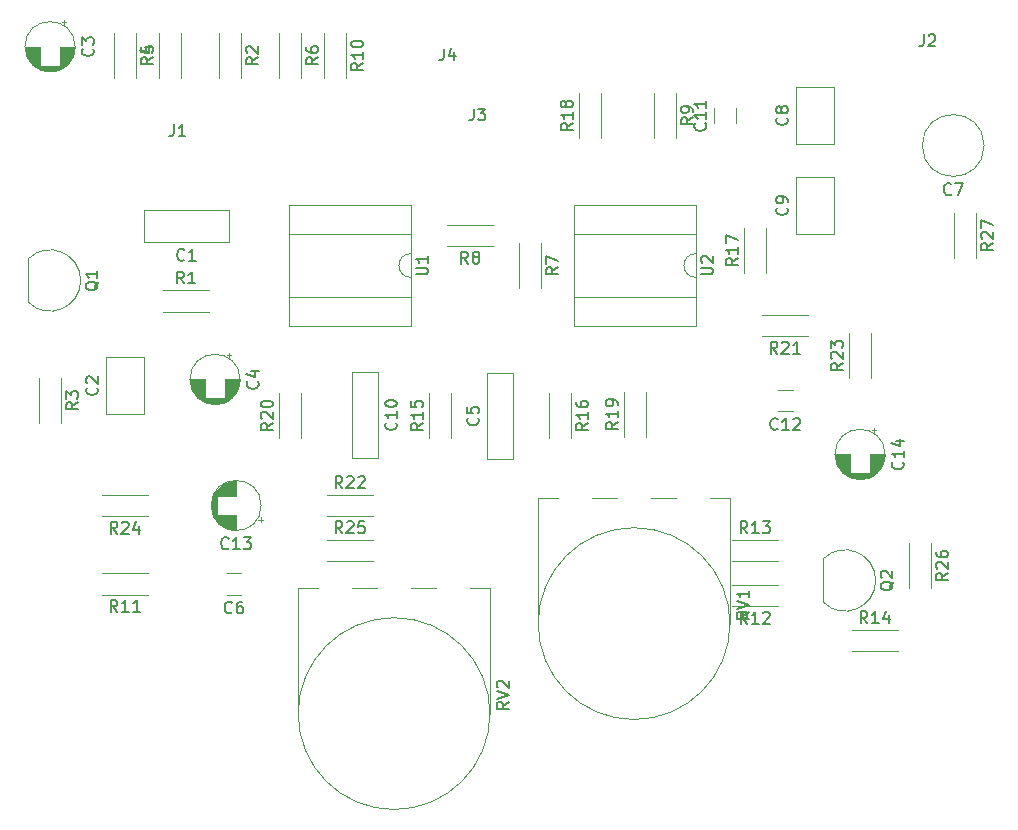
<source format=gbr>
G04 #@! TF.GenerationSoftware,KiCad,Pcbnew,5.0.2+dfsg1-1*
G04 #@! TF.CreationDate,2020-11-21T16:05:11+01:00*
G04 #@! TF.ProjectId,reverb,72657665-7262-42e6-9b69-6361645f7063,rev?*
G04 #@! TF.SameCoordinates,Original*
G04 #@! TF.FileFunction,Legend,Top*
G04 #@! TF.FilePolarity,Positive*
%FSLAX46Y46*%
G04 Gerber Fmt 4.6, Leading zero omitted, Abs format (unit mm)*
G04 Created by KiCad (PCBNEW 5.0.2+dfsg1-1) date Sat 21 Nov 2020 04:05:11 PM CET*
%MOMM*%
%LPD*%
G01*
G04 APERTURE LIST*
%ADD10C,0.120000*%
%ADD11C,0.150000*%
G04 APERTURE END LIST*
D10*
G04 #@! TO.C,C7*
X194660000Y-39370000D02*
G75*
G03X194660000Y-39370000I-2620000J0D01*
G01*
G04 #@! TO.C,C1*
X130740476Y-47538204D02*
X123500476Y-47538204D01*
X130740476Y-44798204D02*
X123500476Y-44798204D01*
X130740476Y-47538204D02*
X130740476Y-44798204D01*
X123500476Y-47538204D02*
X123500476Y-44798204D01*
G04 #@! TO.C,C2*
X120300000Y-62130000D02*
X120300000Y-57290000D01*
X123540000Y-62130000D02*
X123540000Y-57290000D01*
X120300000Y-62130000D02*
X123540000Y-62130000D01*
X120300000Y-57290000D02*
X123540000Y-57290000D01*
G04 #@! TO.C,C3*
X116965000Y-28930199D02*
X116565000Y-28930199D01*
X116765000Y-28730199D02*
X116765000Y-29130199D01*
X115940000Y-33081000D02*
X115200000Y-33081000D01*
X116107000Y-33041000D02*
X115033000Y-33041000D01*
X116234000Y-33001000D02*
X114906000Y-33001000D01*
X116338000Y-32961000D02*
X114802000Y-32961000D01*
X116429000Y-32921000D02*
X114711000Y-32921000D01*
X116510000Y-32881000D02*
X114630000Y-32881000D01*
X116583000Y-32841000D02*
X114557000Y-32841000D01*
X116650000Y-32801000D02*
X114490000Y-32801000D01*
X116712000Y-32761000D02*
X114428000Y-32761000D01*
X116770000Y-32721000D02*
X114370000Y-32721000D01*
X116824000Y-32681000D02*
X114316000Y-32681000D01*
X116874000Y-32641000D02*
X114266000Y-32641000D01*
X116921000Y-32601000D02*
X114219000Y-32601000D01*
X114730000Y-32561000D02*
X114174000Y-32561000D01*
X116966000Y-32561000D02*
X116410000Y-32561000D01*
X114730000Y-32521000D02*
X114132000Y-32521000D01*
X117008000Y-32521000D02*
X116410000Y-32521000D01*
X114730000Y-32481000D02*
X114092000Y-32481000D01*
X117048000Y-32481000D02*
X116410000Y-32481000D01*
X114730000Y-32441000D02*
X114054000Y-32441000D01*
X117086000Y-32441000D02*
X116410000Y-32441000D01*
X114730000Y-32401000D02*
X114018000Y-32401000D01*
X117122000Y-32401000D02*
X116410000Y-32401000D01*
X114730000Y-32361000D02*
X113983000Y-32361000D01*
X117157000Y-32361000D02*
X116410000Y-32361000D01*
X114730000Y-32321000D02*
X113951000Y-32321000D01*
X117189000Y-32321000D02*
X116410000Y-32321000D01*
X114730000Y-32281000D02*
X113920000Y-32281000D01*
X117220000Y-32281000D02*
X116410000Y-32281000D01*
X114730000Y-32241000D02*
X113890000Y-32241000D01*
X117250000Y-32241000D02*
X116410000Y-32241000D01*
X114730000Y-32201000D02*
X113862000Y-32201000D01*
X117278000Y-32201000D02*
X116410000Y-32201000D01*
X114730000Y-32161000D02*
X113835000Y-32161000D01*
X117305000Y-32161000D02*
X116410000Y-32161000D01*
X114730000Y-32121000D02*
X113810000Y-32121000D01*
X117330000Y-32121000D02*
X116410000Y-32121000D01*
X114730000Y-32081000D02*
X113785000Y-32081000D01*
X117355000Y-32081000D02*
X116410000Y-32081000D01*
X114730000Y-32041000D02*
X113762000Y-32041000D01*
X117378000Y-32041000D02*
X116410000Y-32041000D01*
X114730000Y-32001000D02*
X113740000Y-32001000D01*
X117400000Y-32001000D02*
X116410000Y-32001000D01*
X114730000Y-31961000D02*
X113719000Y-31961000D01*
X117421000Y-31961000D02*
X116410000Y-31961000D01*
X114730000Y-31921000D02*
X113700000Y-31921000D01*
X117440000Y-31921000D02*
X116410000Y-31921000D01*
X114730000Y-31881000D02*
X113681000Y-31881000D01*
X117459000Y-31881000D02*
X116410000Y-31881000D01*
X114730000Y-31841000D02*
X113663000Y-31841000D01*
X117477000Y-31841000D02*
X116410000Y-31841000D01*
X114730000Y-31801000D02*
X113646000Y-31801000D01*
X117494000Y-31801000D02*
X116410000Y-31801000D01*
X114730000Y-31761000D02*
X113630000Y-31761000D01*
X117510000Y-31761000D02*
X116410000Y-31761000D01*
X114730000Y-31721000D02*
X113616000Y-31721000D01*
X117524000Y-31721000D02*
X116410000Y-31721000D01*
X114730000Y-31680000D02*
X113602000Y-31680000D01*
X117538000Y-31680000D02*
X116410000Y-31680000D01*
X114730000Y-31640000D02*
X113588000Y-31640000D01*
X117552000Y-31640000D02*
X116410000Y-31640000D01*
X114730000Y-31600000D02*
X113576000Y-31600000D01*
X117564000Y-31600000D02*
X116410000Y-31600000D01*
X114730000Y-31560000D02*
X113565000Y-31560000D01*
X117575000Y-31560000D02*
X116410000Y-31560000D01*
X114730000Y-31520000D02*
X113554000Y-31520000D01*
X117586000Y-31520000D02*
X116410000Y-31520000D01*
X114730000Y-31480000D02*
X113545000Y-31480000D01*
X117595000Y-31480000D02*
X116410000Y-31480000D01*
X114730000Y-31440000D02*
X113536000Y-31440000D01*
X117604000Y-31440000D02*
X116410000Y-31440000D01*
X114730000Y-31400000D02*
X113528000Y-31400000D01*
X117612000Y-31400000D02*
X116410000Y-31400000D01*
X114730000Y-31360000D02*
X113520000Y-31360000D01*
X117620000Y-31360000D02*
X116410000Y-31360000D01*
X114730000Y-31320000D02*
X113514000Y-31320000D01*
X117626000Y-31320000D02*
X116410000Y-31320000D01*
X114730000Y-31280000D02*
X113508000Y-31280000D01*
X117632000Y-31280000D02*
X116410000Y-31280000D01*
X114730000Y-31240000D02*
X113503000Y-31240000D01*
X117637000Y-31240000D02*
X116410000Y-31240000D01*
X114730000Y-31200000D02*
X113499000Y-31200000D01*
X117641000Y-31200000D02*
X116410000Y-31200000D01*
X114730000Y-31160000D02*
X113496000Y-31160000D01*
X117644000Y-31160000D02*
X116410000Y-31160000D01*
X114730000Y-31120000D02*
X113493000Y-31120000D01*
X117647000Y-31120000D02*
X116410000Y-31120000D01*
X117649000Y-31080000D02*
X116410000Y-31080000D01*
X114730000Y-31080000D02*
X113491000Y-31080000D01*
X117650000Y-31040000D02*
X116410000Y-31040000D01*
X114730000Y-31040000D02*
X113490000Y-31040000D01*
X117650000Y-31000000D02*
X116410000Y-31000000D01*
X114730000Y-31000000D02*
X113490000Y-31000000D01*
X117690000Y-31000000D02*
G75*
G03X117690000Y-31000000I-2120000J0D01*
G01*
G04 #@! TO.C,C4*
X131660000Y-59170000D02*
G75*
G03X131660000Y-59170000I-2120000J0D01*
G01*
X128700000Y-59170000D02*
X127460000Y-59170000D01*
X131620000Y-59170000D02*
X130380000Y-59170000D01*
X128700000Y-59210000D02*
X127460000Y-59210000D01*
X131620000Y-59210000D02*
X130380000Y-59210000D01*
X128700000Y-59250000D02*
X127461000Y-59250000D01*
X131619000Y-59250000D02*
X130380000Y-59250000D01*
X131617000Y-59290000D02*
X130380000Y-59290000D01*
X128700000Y-59290000D02*
X127463000Y-59290000D01*
X131614000Y-59330000D02*
X130380000Y-59330000D01*
X128700000Y-59330000D02*
X127466000Y-59330000D01*
X131611000Y-59370000D02*
X130380000Y-59370000D01*
X128700000Y-59370000D02*
X127469000Y-59370000D01*
X131607000Y-59410000D02*
X130380000Y-59410000D01*
X128700000Y-59410000D02*
X127473000Y-59410000D01*
X131602000Y-59450000D02*
X130380000Y-59450000D01*
X128700000Y-59450000D02*
X127478000Y-59450000D01*
X131596000Y-59490000D02*
X130380000Y-59490000D01*
X128700000Y-59490000D02*
X127484000Y-59490000D01*
X131590000Y-59530000D02*
X130380000Y-59530000D01*
X128700000Y-59530000D02*
X127490000Y-59530000D01*
X131582000Y-59570000D02*
X130380000Y-59570000D01*
X128700000Y-59570000D02*
X127498000Y-59570000D01*
X131574000Y-59610000D02*
X130380000Y-59610000D01*
X128700000Y-59610000D02*
X127506000Y-59610000D01*
X131565000Y-59650000D02*
X130380000Y-59650000D01*
X128700000Y-59650000D02*
X127515000Y-59650000D01*
X131556000Y-59690000D02*
X130380000Y-59690000D01*
X128700000Y-59690000D02*
X127524000Y-59690000D01*
X131545000Y-59730000D02*
X130380000Y-59730000D01*
X128700000Y-59730000D02*
X127535000Y-59730000D01*
X131534000Y-59770000D02*
X130380000Y-59770000D01*
X128700000Y-59770000D02*
X127546000Y-59770000D01*
X131522000Y-59810000D02*
X130380000Y-59810000D01*
X128700000Y-59810000D02*
X127558000Y-59810000D01*
X131508000Y-59850000D02*
X130380000Y-59850000D01*
X128700000Y-59850000D02*
X127572000Y-59850000D01*
X131494000Y-59891000D02*
X130380000Y-59891000D01*
X128700000Y-59891000D02*
X127586000Y-59891000D01*
X131480000Y-59931000D02*
X130380000Y-59931000D01*
X128700000Y-59931000D02*
X127600000Y-59931000D01*
X131464000Y-59971000D02*
X130380000Y-59971000D01*
X128700000Y-59971000D02*
X127616000Y-59971000D01*
X131447000Y-60011000D02*
X130380000Y-60011000D01*
X128700000Y-60011000D02*
X127633000Y-60011000D01*
X131429000Y-60051000D02*
X130380000Y-60051000D01*
X128700000Y-60051000D02*
X127651000Y-60051000D01*
X131410000Y-60091000D02*
X130380000Y-60091000D01*
X128700000Y-60091000D02*
X127670000Y-60091000D01*
X131391000Y-60131000D02*
X130380000Y-60131000D01*
X128700000Y-60131000D02*
X127689000Y-60131000D01*
X131370000Y-60171000D02*
X130380000Y-60171000D01*
X128700000Y-60171000D02*
X127710000Y-60171000D01*
X131348000Y-60211000D02*
X130380000Y-60211000D01*
X128700000Y-60211000D02*
X127732000Y-60211000D01*
X131325000Y-60251000D02*
X130380000Y-60251000D01*
X128700000Y-60251000D02*
X127755000Y-60251000D01*
X131300000Y-60291000D02*
X130380000Y-60291000D01*
X128700000Y-60291000D02*
X127780000Y-60291000D01*
X131275000Y-60331000D02*
X130380000Y-60331000D01*
X128700000Y-60331000D02*
X127805000Y-60331000D01*
X131248000Y-60371000D02*
X130380000Y-60371000D01*
X128700000Y-60371000D02*
X127832000Y-60371000D01*
X131220000Y-60411000D02*
X130380000Y-60411000D01*
X128700000Y-60411000D02*
X127860000Y-60411000D01*
X131190000Y-60451000D02*
X130380000Y-60451000D01*
X128700000Y-60451000D02*
X127890000Y-60451000D01*
X131159000Y-60491000D02*
X130380000Y-60491000D01*
X128700000Y-60491000D02*
X127921000Y-60491000D01*
X131127000Y-60531000D02*
X130380000Y-60531000D01*
X128700000Y-60531000D02*
X127953000Y-60531000D01*
X131092000Y-60571000D02*
X130380000Y-60571000D01*
X128700000Y-60571000D02*
X127988000Y-60571000D01*
X131056000Y-60611000D02*
X130380000Y-60611000D01*
X128700000Y-60611000D02*
X128024000Y-60611000D01*
X131018000Y-60651000D02*
X130380000Y-60651000D01*
X128700000Y-60651000D02*
X128062000Y-60651000D01*
X130978000Y-60691000D02*
X130380000Y-60691000D01*
X128700000Y-60691000D02*
X128102000Y-60691000D01*
X130936000Y-60731000D02*
X130380000Y-60731000D01*
X128700000Y-60731000D02*
X128144000Y-60731000D01*
X130891000Y-60771000D02*
X128189000Y-60771000D01*
X130844000Y-60811000D02*
X128236000Y-60811000D01*
X130794000Y-60851000D02*
X128286000Y-60851000D01*
X130740000Y-60891000D02*
X128340000Y-60891000D01*
X130682000Y-60931000D02*
X128398000Y-60931000D01*
X130620000Y-60971000D02*
X128460000Y-60971000D01*
X130553000Y-61011000D02*
X128527000Y-61011000D01*
X130480000Y-61051000D02*
X128600000Y-61051000D01*
X130399000Y-61091000D02*
X128681000Y-61091000D01*
X130308000Y-61131000D02*
X128772000Y-61131000D01*
X130204000Y-61171000D02*
X128876000Y-61171000D01*
X130077000Y-61211000D02*
X129003000Y-61211000D01*
X129910000Y-61251000D02*
X129170000Y-61251000D01*
X130735000Y-56900199D02*
X130735000Y-57300199D01*
X130935000Y-57100199D02*
X130535000Y-57100199D01*
G04 #@! TO.C,C5*
X152550000Y-58650000D02*
X154790000Y-58650000D01*
X152550000Y-65890000D02*
X154790000Y-65890000D01*
X154790000Y-65890000D02*
X154790000Y-58650000D01*
X152550000Y-65890000D02*
X152550000Y-58650000D01*
G04 #@! TO.C,C6*
X131777911Y-77403526D02*
X130519911Y-77403526D01*
X131777911Y-75563526D02*
X130519911Y-75563526D01*
G04 #@! TO.C,C8*
X178720000Y-39270000D02*
X178720000Y-34430000D01*
X181960000Y-39270000D02*
X181960000Y-34430000D01*
X178720000Y-39270000D02*
X181960000Y-39270000D01*
X178720000Y-34430000D02*
X181960000Y-34430000D01*
G04 #@! TO.C,C9*
X178720000Y-42050000D02*
X181960000Y-42050000D01*
X178720000Y-46890000D02*
X181960000Y-46890000D01*
X181960000Y-46890000D02*
X181960000Y-42050000D01*
X178720000Y-46890000D02*
X178720000Y-42050000D01*
G04 #@! TO.C,C10*
X143360000Y-58570000D02*
X143360000Y-65810000D01*
X141120000Y-58570000D02*
X141120000Y-65810000D01*
X143360000Y-58570000D02*
X141120000Y-58570000D01*
X143360000Y-65810000D02*
X141120000Y-65810000D01*
G04 #@! TO.C,C11*
X173640000Y-37479000D02*
X173640000Y-36221000D01*
X171800000Y-37479000D02*
X171800000Y-36221000D01*
G04 #@! TO.C,C12*
X178449000Y-61880000D02*
X177191000Y-61880000D01*
X178449000Y-60040000D02*
X177191000Y-60040000D01*
G04 #@! TO.C,C13*
X133399801Y-71245000D02*
X133399801Y-70845000D01*
X133599801Y-71045000D02*
X133199801Y-71045000D01*
X129249000Y-70220000D02*
X129249000Y-69480000D01*
X129289000Y-70387000D02*
X129289000Y-69313000D01*
X129329000Y-70514000D02*
X129329000Y-69186000D01*
X129369000Y-70618000D02*
X129369000Y-69082000D01*
X129409000Y-70709000D02*
X129409000Y-68991000D01*
X129449000Y-70790000D02*
X129449000Y-68910000D01*
X129489000Y-70863000D02*
X129489000Y-68837000D01*
X129529000Y-70930000D02*
X129529000Y-68770000D01*
X129569000Y-70992000D02*
X129569000Y-68708000D01*
X129609000Y-71050000D02*
X129609000Y-68650000D01*
X129649000Y-71104000D02*
X129649000Y-68596000D01*
X129689000Y-71154000D02*
X129689000Y-68546000D01*
X129729000Y-71201000D02*
X129729000Y-68499000D01*
X129769000Y-69010000D02*
X129769000Y-68454000D01*
X129769000Y-71246000D02*
X129769000Y-70690000D01*
X129809000Y-69010000D02*
X129809000Y-68412000D01*
X129809000Y-71288000D02*
X129809000Y-70690000D01*
X129849000Y-69010000D02*
X129849000Y-68372000D01*
X129849000Y-71328000D02*
X129849000Y-70690000D01*
X129889000Y-69010000D02*
X129889000Y-68334000D01*
X129889000Y-71366000D02*
X129889000Y-70690000D01*
X129929000Y-69010000D02*
X129929000Y-68298000D01*
X129929000Y-71402000D02*
X129929000Y-70690000D01*
X129969000Y-69010000D02*
X129969000Y-68263000D01*
X129969000Y-71437000D02*
X129969000Y-70690000D01*
X130009000Y-69010000D02*
X130009000Y-68231000D01*
X130009000Y-71469000D02*
X130009000Y-70690000D01*
X130049000Y-69010000D02*
X130049000Y-68200000D01*
X130049000Y-71500000D02*
X130049000Y-70690000D01*
X130089000Y-69010000D02*
X130089000Y-68170000D01*
X130089000Y-71530000D02*
X130089000Y-70690000D01*
X130129000Y-69010000D02*
X130129000Y-68142000D01*
X130129000Y-71558000D02*
X130129000Y-70690000D01*
X130169000Y-69010000D02*
X130169000Y-68115000D01*
X130169000Y-71585000D02*
X130169000Y-70690000D01*
X130209000Y-69010000D02*
X130209000Y-68090000D01*
X130209000Y-71610000D02*
X130209000Y-70690000D01*
X130249000Y-69010000D02*
X130249000Y-68065000D01*
X130249000Y-71635000D02*
X130249000Y-70690000D01*
X130289000Y-69010000D02*
X130289000Y-68042000D01*
X130289000Y-71658000D02*
X130289000Y-70690000D01*
X130329000Y-69010000D02*
X130329000Y-68020000D01*
X130329000Y-71680000D02*
X130329000Y-70690000D01*
X130369000Y-69010000D02*
X130369000Y-67999000D01*
X130369000Y-71701000D02*
X130369000Y-70690000D01*
X130409000Y-69010000D02*
X130409000Y-67980000D01*
X130409000Y-71720000D02*
X130409000Y-70690000D01*
X130449000Y-69010000D02*
X130449000Y-67961000D01*
X130449000Y-71739000D02*
X130449000Y-70690000D01*
X130489000Y-69010000D02*
X130489000Y-67943000D01*
X130489000Y-71757000D02*
X130489000Y-70690000D01*
X130529000Y-69010000D02*
X130529000Y-67926000D01*
X130529000Y-71774000D02*
X130529000Y-70690000D01*
X130569000Y-69010000D02*
X130569000Y-67910000D01*
X130569000Y-71790000D02*
X130569000Y-70690000D01*
X130609000Y-69010000D02*
X130609000Y-67896000D01*
X130609000Y-71804000D02*
X130609000Y-70690000D01*
X130650000Y-69010000D02*
X130650000Y-67882000D01*
X130650000Y-71818000D02*
X130650000Y-70690000D01*
X130690000Y-69010000D02*
X130690000Y-67868000D01*
X130690000Y-71832000D02*
X130690000Y-70690000D01*
X130730000Y-69010000D02*
X130730000Y-67856000D01*
X130730000Y-71844000D02*
X130730000Y-70690000D01*
X130770000Y-69010000D02*
X130770000Y-67845000D01*
X130770000Y-71855000D02*
X130770000Y-70690000D01*
X130810000Y-69010000D02*
X130810000Y-67834000D01*
X130810000Y-71866000D02*
X130810000Y-70690000D01*
X130850000Y-69010000D02*
X130850000Y-67825000D01*
X130850000Y-71875000D02*
X130850000Y-70690000D01*
X130890000Y-69010000D02*
X130890000Y-67816000D01*
X130890000Y-71884000D02*
X130890000Y-70690000D01*
X130930000Y-69010000D02*
X130930000Y-67808000D01*
X130930000Y-71892000D02*
X130930000Y-70690000D01*
X130970000Y-69010000D02*
X130970000Y-67800000D01*
X130970000Y-71900000D02*
X130970000Y-70690000D01*
X131010000Y-69010000D02*
X131010000Y-67794000D01*
X131010000Y-71906000D02*
X131010000Y-70690000D01*
X131050000Y-69010000D02*
X131050000Y-67788000D01*
X131050000Y-71912000D02*
X131050000Y-70690000D01*
X131090000Y-69010000D02*
X131090000Y-67783000D01*
X131090000Y-71917000D02*
X131090000Y-70690000D01*
X131130000Y-69010000D02*
X131130000Y-67779000D01*
X131130000Y-71921000D02*
X131130000Y-70690000D01*
X131170000Y-69010000D02*
X131170000Y-67776000D01*
X131170000Y-71924000D02*
X131170000Y-70690000D01*
X131210000Y-69010000D02*
X131210000Y-67773000D01*
X131210000Y-71927000D02*
X131210000Y-70690000D01*
X131250000Y-71929000D02*
X131250000Y-70690000D01*
X131250000Y-69010000D02*
X131250000Y-67771000D01*
X131290000Y-71930000D02*
X131290000Y-70690000D01*
X131290000Y-69010000D02*
X131290000Y-67770000D01*
X131330000Y-71930000D02*
X131330000Y-70690000D01*
X131330000Y-69010000D02*
X131330000Y-67770000D01*
X133450000Y-69850000D02*
G75*
G03X133450000Y-69850000I-2120000J0D01*
G01*
G04 #@! TO.C,C14*
X186270000Y-65520000D02*
G75*
G03X186270000Y-65520000I-2120000J0D01*
G01*
X183310000Y-65520000D02*
X182070000Y-65520000D01*
X186230000Y-65520000D02*
X184990000Y-65520000D01*
X183310000Y-65560000D02*
X182070000Y-65560000D01*
X186230000Y-65560000D02*
X184990000Y-65560000D01*
X183310000Y-65600000D02*
X182071000Y-65600000D01*
X186229000Y-65600000D02*
X184990000Y-65600000D01*
X186227000Y-65640000D02*
X184990000Y-65640000D01*
X183310000Y-65640000D02*
X182073000Y-65640000D01*
X186224000Y-65680000D02*
X184990000Y-65680000D01*
X183310000Y-65680000D02*
X182076000Y-65680000D01*
X186221000Y-65720000D02*
X184990000Y-65720000D01*
X183310000Y-65720000D02*
X182079000Y-65720000D01*
X186217000Y-65760000D02*
X184990000Y-65760000D01*
X183310000Y-65760000D02*
X182083000Y-65760000D01*
X186212000Y-65800000D02*
X184990000Y-65800000D01*
X183310000Y-65800000D02*
X182088000Y-65800000D01*
X186206000Y-65840000D02*
X184990000Y-65840000D01*
X183310000Y-65840000D02*
X182094000Y-65840000D01*
X186200000Y-65880000D02*
X184990000Y-65880000D01*
X183310000Y-65880000D02*
X182100000Y-65880000D01*
X186192000Y-65920000D02*
X184990000Y-65920000D01*
X183310000Y-65920000D02*
X182108000Y-65920000D01*
X186184000Y-65960000D02*
X184990000Y-65960000D01*
X183310000Y-65960000D02*
X182116000Y-65960000D01*
X186175000Y-66000000D02*
X184990000Y-66000000D01*
X183310000Y-66000000D02*
X182125000Y-66000000D01*
X186166000Y-66040000D02*
X184990000Y-66040000D01*
X183310000Y-66040000D02*
X182134000Y-66040000D01*
X186155000Y-66080000D02*
X184990000Y-66080000D01*
X183310000Y-66080000D02*
X182145000Y-66080000D01*
X186144000Y-66120000D02*
X184990000Y-66120000D01*
X183310000Y-66120000D02*
X182156000Y-66120000D01*
X186132000Y-66160000D02*
X184990000Y-66160000D01*
X183310000Y-66160000D02*
X182168000Y-66160000D01*
X186118000Y-66200000D02*
X184990000Y-66200000D01*
X183310000Y-66200000D02*
X182182000Y-66200000D01*
X186104000Y-66241000D02*
X184990000Y-66241000D01*
X183310000Y-66241000D02*
X182196000Y-66241000D01*
X186090000Y-66281000D02*
X184990000Y-66281000D01*
X183310000Y-66281000D02*
X182210000Y-66281000D01*
X186074000Y-66321000D02*
X184990000Y-66321000D01*
X183310000Y-66321000D02*
X182226000Y-66321000D01*
X186057000Y-66361000D02*
X184990000Y-66361000D01*
X183310000Y-66361000D02*
X182243000Y-66361000D01*
X186039000Y-66401000D02*
X184990000Y-66401000D01*
X183310000Y-66401000D02*
X182261000Y-66401000D01*
X186020000Y-66441000D02*
X184990000Y-66441000D01*
X183310000Y-66441000D02*
X182280000Y-66441000D01*
X186001000Y-66481000D02*
X184990000Y-66481000D01*
X183310000Y-66481000D02*
X182299000Y-66481000D01*
X185980000Y-66521000D02*
X184990000Y-66521000D01*
X183310000Y-66521000D02*
X182320000Y-66521000D01*
X185958000Y-66561000D02*
X184990000Y-66561000D01*
X183310000Y-66561000D02*
X182342000Y-66561000D01*
X185935000Y-66601000D02*
X184990000Y-66601000D01*
X183310000Y-66601000D02*
X182365000Y-66601000D01*
X185910000Y-66641000D02*
X184990000Y-66641000D01*
X183310000Y-66641000D02*
X182390000Y-66641000D01*
X185885000Y-66681000D02*
X184990000Y-66681000D01*
X183310000Y-66681000D02*
X182415000Y-66681000D01*
X185858000Y-66721000D02*
X184990000Y-66721000D01*
X183310000Y-66721000D02*
X182442000Y-66721000D01*
X185830000Y-66761000D02*
X184990000Y-66761000D01*
X183310000Y-66761000D02*
X182470000Y-66761000D01*
X185800000Y-66801000D02*
X184990000Y-66801000D01*
X183310000Y-66801000D02*
X182500000Y-66801000D01*
X185769000Y-66841000D02*
X184990000Y-66841000D01*
X183310000Y-66841000D02*
X182531000Y-66841000D01*
X185737000Y-66881000D02*
X184990000Y-66881000D01*
X183310000Y-66881000D02*
X182563000Y-66881000D01*
X185702000Y-66921000D02*
X184990000Y-66921000D01*
X183310000Y-66921000D02*
X182598000Y-66921000D01*
X185666000Y-66961000D02*
X184990000Y-66961000D01*
X183310000Y-66961000D02*
X182634000Y-66961000D01*
X185628000Y-67001000D02*
X184990000Y-67001000D01*
X183310000Y-67001000D02*
X182672000Y-67001000D01*
X185588000Y-67041000D02*
X184990000Y-67041000D01*
X183310000Y-67041000D02*
X182712000Y-67041000D01*
X185546000Y-67081000D02*
X184990000Y-67081000D01*
X183310000Y-67081000D02*
X182754000Y-67081000D01*
X185501000Y-67121000D02*
X182799000Y-67121000D01*
X185454000Y-67161000D02*
X182846000Y-67161000D01*
X185404000Y-67201000D02*
X182896000Y-67201000D01*
X185350000Y-67241000D02*
X182950000Y-67241000D01*
X185292000Y-67281000D02*
X183008000Y-67281000D01*
X185230000Y-67321000D02*
X183070000Y-67321000D01*
X185163000Y-67361000D02*
X183137000Y-67361000D01*
X185090000Y-67401000D02*
X183210000Y-67401000D01*
X185009000Y-67441000D02*
X183291000Y-67441000D01*
X184918000Y-67481000D02*
X183382000Y-67481000D01*
X184814000Y-67521000D02*
X183486000Y-67521000D01*
X184687000Y-67561000D02*
X183613000Y-67561000D01*
X184520000Y-67601000D02*
X183780000Y-67601000D01*
X185345000Y-63250199D02*
X185345000Y-63650199D01*
X185545000Y-63450199D02*
X185145000Y-63450199D01*
G04 #@! TO.C,Q1*
X113720000Y-49000000D02*
X113720000Y-52600000D01*
X113731522Y-48961522D02*
G75*
G02X118170000Y-50800000I1838478J-1838478D01*
G01*
X113731522Y-52638478D02*
G75*
G03X118170000Y-50800000I1838478J1838478D01*
G01*
G04 #@! TO.C,Q2*
X181041522Y-78038478D02*
G75*
G03X185480000Y-76200000I1838478J1838478D01*
G01*
X181041522Y-74361522D02*
G75*
G02X185480000Y-76200000I1838478J-1838478D01*
G01*
X181030000Y-74400000D02*
X181030000Y-78000000D01*
G04 #@! TO.C,R1*
X125160476Y-51598204D02*
X129000476Y-51598204D01*
X125160476Y-53438204D02*
X129000476Y-53438204D01*
G04 #@! TO.C,R2*
X131730000Y-29830000D02*
X131730000Y-33670000D01*
X129890000Y-29830000D02*
X129890000Y-33670000D01*
G04 #@! TO.C,R3*
X114650000Y-59040000D02*
X114650000Y-62880000D01*
X116490000Y-59040000D02*
X116490000Y-62880000D01*
G04 #@! TO.C,R4*
X124810000Y-33670000D02*
X124810000Y-29830000D01*
X126650000Y-33670000D02*
X126650000Y-29830000D01*
G04 #@! TO.C,R5*
X121000000Y-29830000D02*
X121000000Y-33670000D01*
X122840000Y-29830000D02*
X122840000Y-33670000D01*
G04 #@! TO.C,R6*
X134970000Y-29830000D02*
X134970000Y-33670000D01*
X136810000Y-29830000D02*
X136810000Y-33670000D01*
G04 #@! TO.C,R7*
X155290000Y-47610000D02*
X155290000Y-51450000D01*
X157130000Y-47610000D02*
X157130000Y-51450000D01*
G04 #@! TO.C,R8*
X153050000Y-47910000D02*
X149210000Y-47910000D01*
X153050000Y-46070000D02*
X149210000Y-46070000D01*
G04 #@! TO.C,R9*
X166720000Y-34910000D02*
X166720000Y-38750000D01*
X168560000Y-34910000D02*
X168560000Y-38750000D01*
G04 #@! TO.C,R10*
X138780000Y-29830000D02*
X138780000Y-33670000D01*
X140620000Y-29830000D02*
X140620000Y-33670000D01*
G04 #@! TO.C,R11*
X123840000Y-77403526D02*
X120000000Y-77403526D01*
X123840000Y-75563526D02*
X120000000Y-75563526D01*
G04 #@! TO.C,R12*
X177180000Y-78390000D02*
X173340000Y-78390000D01*
X177180000Y-76550000D02*
X173340000Y-76550000D01*
G04 #@! TO.C,R13*
X173340000Y-74580000D02*
X177180000Y-74580000D01*
X173340000Y-72740000D02*
X177180000Y-72740000D01*
G04 #@! TO.C,R14*
X183500000Y-80360000D02*
X187340000Y-80360000D01*
X183500000Y-82200000D02*
X187340000Y-82200000D01*
G04 #@! TO.C,R15*
X147670000Y-64150000D02*
X147670000Y-60310000D01*
X149510000Y-64150000D02*
X149510000Y-60310000D01*
G04 #@! TO.C,R16*
X157830000Y-60310000D02*
X157830000Y-64150000D01*
X159670000Y-60310000D02*
X159670000Y-64150000D01*
G04 #@! TO.C,R17*
X174340000Y-50180000D02*
X174340000Y-46340000D01*
X176180000Y-50180000D02*
X176180000Y-46340000D01*
G04 #@! TO.C,R18*
X160370000Y-38750000D02*
X160370000Y-34910000D01*
X162210000Y-38750000D02*
X162210000Y-34910000D01*
G04 #@! TO.C,R19*
X166020000Y-64053845D02*
X166020000Y-60213845D01*
X164180000Y-64053845D02*
X164180000Y-60213845D01*
G04 #@! TO.C,R20*
X134970000Y-64150000D02*
X134970000Y-60310000D01*
X136810000Y-64150000D02*
X136810000Y-60310000D01*
G04 #@! TO.C,R21*
X179720000Y-53690000D02*
X175880000Y-53690000D01*
X179720000Y-55530000D02*
X175880000Y-55530000D01*
G04 #@! TO.C,R22*
X139050000Y-68930000D02*
X142890000Y-68930000D01*
X139050000Y-70770000D02*
X142890000Y-70770000D01*
G04 #@! TO.C,R23*
X185070000Y-59070000D02*
X185070000Y-55230000D01*
X183230000Y-59070000D02*
X183230000Y-55230000D01*
G04 #@! TO.C,R24*
X123840000Y-68930000D02*
X120000000Y-68930000D01*
X123840000Y-70770000D02*
X120000000Y-70770000D01*
G04 #@! TO.C,R25*
X139050000Y-74580000D02*
X142890000Y-74580000D01*
X139050000Y-72740000D02*
X142890000Y-72740000D01*
G04 #@! TO.C,R26*
X190150000Y-73010000D02*
X190150000Y-76850000D01*
X188310000Y-73010000D02*
X188310000Y-76850000D01*
G04 #@! TO.C,R27*
X193960000Y-45070000D02*
X193960000Y-48910000D01*
X192120000Y-45070000D02*
X192120000Y-48910000D01*
G04 #@! TO.C,RV1*
X156900000Y-69230000D02*
X156900000Y-79850000D01*
X158595000Y-69230000D02*
X156900000Y-69230000D01*
X163595000Y-69230000D02*
X161445000Y-69230000D01*
X168594000Y-69230000D02*
X166445000Y-69230000D01*
X173140000Y-69230000D02*
X171446000Y-69230000D01*
X173140000Y-69230000D02*
X173140000Y-79850000D01*
X173140000Y-79850000D02*
G75*
G03X173140000Y-79850000I-8120000J0D01*
G01*
G04 #@! TO.C,RV2*
X152820000Y-87470000D02*
G75*
G03X152820000Y-87470000I-8120000J0D01*
G01*
X152820000Y-76850000D02*
X152820000Y-87470000D01*
X152820000Y-76850000D02*
X151126000Y-76850000D01*
X148274000Y-76850000D02*
X146125000Y-76850000D01*
X143275000Y-76850000D02*
X141125000Y-76850000D01*
X138275000Y-76850000D02*
X136580000Y-76850000D01*
X136580000Y-76850000D02*
X136580000Y-87470000D01*
G04 #@! TO.C,U1*
X146110000Y-50530000D02*
G75*
G02X146110000Y-48530000I0J1000000D01*
G01*
X146110000Y-48530000D02*
X146110000Y-46880000D01*
X146110000Y-46880000D02*
X135830000Y-46880000D01*
X135830000Y-46880000D02*
X135830000Y-52180000D01*
X135830000Y-52180000D02*
X146110000Y-52180000D01*
X146110000Y-52180000D02*
X146110000Y-50530000D01*
X146170000Y-44390000D02*
X135770000Y-44390000D01*
X135770000Y-44390000D02*
X135770000Y-54670000D01*
X135770000Y-54670000D02*
X146170000Y-54670000D01*
X146170000Y-54670000D02*
X146170000Y-44390000D01*
G04 #@! TO.C,U2*
X170300000Y-54670000D02*
X170300000Y-44390000D01*
X159900000Y-54670000D02*
X170300000Y-54670000D01*
X159900000Y-44390000D02*
X159900000Y-54670000D01*
X170300000Y-44390000D02*
X159900000Y-44390000D01*
X170240000Y-52180000D02*
X170240000Y-50530000D01*
X159960000Y-52180000D02*
X170240000Y-52180000D01*
X159960000Y-46880000D02*
X159960000Y-52180000D01*
X170240000Y-46880000D02*
X159960000Y-46880000D01*
X170240000Y-48530000D02*
X170240000Y-46880000D01*
X170240000Y-50530000D02*
G75*
G02X170240000Y-48530000I0J1000000D01*
G01*
G04 #@! TO.C,J1*
D11*
X126031666Y-37592380D02*
X126031666Y-38306666D01*
X125984047Y-38449523D01*
X125888809Y-38544761D01*
X125745952Y-38592380D01*
X125650714Y-38592380D01*
X127031666Y-38592380D02*
X126460238Y-38592380D01*
X126745952Y-38592380D02*
X126745952Y-37592380D01*
X126650714Y-37735238D01*
X126555476Y-37830476D01*
X126460238Y-37878095D01*
G04 #@! TO.C,C7*
X191873333Y-43477142D02*
X191825714Y-43524761D01*
X191682857Y-43572380D01*
X191587619Y-43572380D01*
X191444761Y-43524761D01*
X191349523Y-43429523D01*
X191301904Y-43334285D01*
X191254285Y-43143809D01*
X191254285Y-43000952D01*
X191301904Y-42810476D01*
X191349523Y-42715238D01*
X191444761Y-42620000D01*
X191587619Y-42572380D01*
X191682857Y-42572380D01*
X191825714Y-42620000D01*
X191873333Y-42667619D01*
X192206666Y-42572380D02*
X192873333Y-42572380D01*
X192444761Y-43572380D01*
G04 #@! TO.C,C1*
X126953809Y-49025346D02*
X126906190Y-49072965D01*
X126763333Y-49120584D01*
X126668095Y-49120584D01*
X126525237Y-49072965D01*
X126429999Y-48977727D01*
X126382380Y-48882489D01*
X126334761Y-48692013D01*
X126334761Y-48549156D01*
X126382380Y-48358680D01*
X126429999Y-48263442D01*
X126525237Y-48168204D01*
X126668095Y-48120584D01*
X126763333Y-48120584D01*
X126906190Y-48168204D01*
X126953809Y-48215823D01*
X127906190Y-49120584D02*
X127334761Y-49120584D01*
X127620476Y-49120584D02*
X127620476Y-48120584D01*
X127525237Y-48263442D01*
X127429999Y-48358680D01*
X127334761Y-48406299D01*
G04 #@! TO.C,C2*
X119527142Y-59876666D02*
X119574761Y-59924285D01*
X119622380Y-60067142D01*
X119622380Y-60162380D01*
X119574761Y-60305238D01*
X119479523Y-60400476D01*
X119384285Y-60448095D01*
X119193809Y-60495714D01*
X119050952Y-60495714D01*
X118860476Y-60448095D01*
X118765238Y-60400476D01*
X118670000Y-60305238D01*
X118622380Y-60162380D01*
X118622380Y-60067142D01*
X118670000Y-59924285D01*
X118717619Y-59876666D01*
X118717619Y-59495714D02*
X118670000Y-59448095D01*
X118622380Y-59352857D01*
X118622380Y-59114761D01*
X118670000Y-59019523D01*
X118717619Y-58971904D01*
X118812857Y-58924285D01*
X118908095Y-58924285D01*
X119050952Y-58971904D01*
X119622380Y-59543333D01*
X119622380Y-58924285D01*
G04 #@! TO.C,C3*
X119177142Y-31166666D02*
X119224761Y-31214285D01*
X119272380Y-31357142D01*
X119272380Y-31452380D01*
X119224761Y-31595238D01*
X119129523Y-31690476D01*
X119034285Y-31738095D01*
X118843809Y-31785714D01*
X118700952Y-31785714D01*
X118510476Y-31738095D01*
X118415238Y-31690476D01*
X118320000Y-31595238D01*
X118272380Y-31452380D01*
X118272380Y-31357142D01*
X118320000Y-31214285D01*
X118367619Y-31166666D01*
X118272380Y-30833333D02*
X118272380Y-30214285D01*
X118653333Y-30547619D01*
X118653333Y-30404761D01*
X118700952Y-30309523D01*
X118748571Y-30261904D01*
X118843809Y-30214285D01*
X119081904Y-30214285D01*
X119177142Y-30261904D01*
X119224761Y-30309523D01*
X119272380Y-30404761D01*
X119272380Y-30690476D01*
X119224761Y-30785714D01*
X119177142Y-30833333D01*
G04 #@! TO.C,C4*
X133147142Y-59336666D02*
X133194761Y-59384285D01*
X133242380Y-59527142D01*
X133242380Y-59622380D01*
X133194761Y-59765238D01*
X133099523Y-59860476D01*
X133004285Y-59908095D01*
X132813809Y-59955714D01*
X132670952Y-59955714D01*
X132480476Y-59908095D01*
X132385238Y-59860476D01*
X132290000Y-59765238D01*
X132242380Y-59622380D01*
X132242380Y-59527142D01*
X132290000Y-59384285D01*
X132337619Y-59336666D01*
X132575714Y-58479523D02*
X133242380Y-58479523D01*
X132194761Y-58717619D02*
X132909047Y-58955714D01*
X132909047Y-58336666D01*
G04 #@! TO.C,C5*
X151777142Y-62436666D02*
X151824761Y-62484285D01*
X151872380Y-62627142D01*
X151872380Y-62722380D01*
X151824761Y-62865238D01*
X151729523Y-62960476D01*
X151634285Y-63008095D01*
X151443809Y-63055714D01*
X151300952Y-63055714D01*
X151110476Y-63008095D01*
X151015238Y-62960476D01*
X150920000Y-62865238D01*
X150872380Y-62722380D01*
X150872380Y-62627142D01*
X150920000Y-62484285D01*
X150967619Y-62436666D01*
X150872380Y-61531904D02*
X150872380Y-62008095D01*
X151348571Y-62055714D01*
X151300952Y-62008095D01*
X151253333Y-61912857D01*
X151253333Y-61674761D01*
X151300952Y-61579523D01*
X151348571Y-61531904D01*
X151443809Y-61484285D01*
X151681904Y-61484285D01*
X151777142Y-61531904D01*
X151824761Y-61579523D01*
X151872380Y-61674761D01*
X151872380Y-61912857D01*
X151824761Y-62008095D01*
X151777142Y-62055714D01*
G04 #@! TO.C,C6*
X130982244Y-78890668D02*
X130934625Y-78938287D01*
X130791768Y-78985906D01*
X130696530Y-78985906D01*
X130553672Y-78938287D01*
X130458434Y-78843049D01*
X130410815Y-78747811D01*
X130363196Y-78557335D01*
X130363196Y-78414478D01*
X130410815Y-78224002D01*
X130458434Y-78128764D01*
X130553672Y-78033526D01*
X130696530Y-77985906D01*
X130791768Y-77985906D01*
X130934625Y-78033526D01*
X130982244Y-78081145D01*
X131839387Y-77985906D02*
X131648911Y-77985906D01*
X131553672Y-78033526D01*
X131506053Y-78081145D01*
X131410815Y-78224002D01*
X131363196Y-78414478D01*
X131363196Y-78795430D01*
X131410815Y-78890668D01*
X131458434Y-78938287D01*
X131553672Y-78985906D01*
X131744149Y-78985906D01*
X131839387Y-78938287D01*
X131887006Y-78890668D01*
X131934625Y-78795430D01*
X131934625Y-78557335D01*
X131887006Y-78462097D01*
X131839387Y-78414478D01*
X131744149Y-78366859D01*
X131553672Y-78366859D01*
X131458434Y-78414478D01*
X131410815Y-78462097D01*
X131363196Y-78557335D01*
G04 #@! TO.C,C8*
X177947142Y-37016666D02*
X177994761Y-37064285D01*
X178042380Y-37207142D01*
X178042380Y-37302380D01*
X177994761Y-37445238D01*
X177899523Y-37540476D01*
X177804285Y-37588095D01*
X177613809Y-37635714D01*
X177470952Y-37635714D01*
X177280476Y-37588095D01*
X177185238Y-37540476D01*
X177090000Y-37445238D01*
X177042380Y-37302380D01*
X177042380Y-37207142D01*
X177090000Y-37064285D01*
X177137619Y-37016666D01*
X177470952Y-36445238D02*
X177423333Y-36540476D01*
X177375714Y-36588095D01*
X177280476Y-36635714D01*
X177232857Y-36635714D01*
X177137619Y-36588095D01*
X177090000Y-36540476D01*
X177042380Y-36445238D01*
X177042380Y-36254761D01*
X177090000Y-36159523D01*
X177137619Y-36111904D01*
X177232857Y-36064285D01*
X177280476Y-36064285D01*
X177375714Y-36111904D01*
X177423333Y-36159523D01*
X177470952Y-36254761D01*
X177470952Y-36445238D01*
X177518571Y-36540476D01*
X177566190Y-36588095D01*
X177661428Y-36635714D01*
X177851904Y-36635714D01*
X177947142Y-36588095D01*
X177994761Y-36540476D01*
X178042380Y-36445238D01*
X178042380Y-36254761D01*
X177994761Y-36159523D01*
X177947142Y-36111904D01*
X177851904Y-36064285D01*
X177661428Y-36064285D01*
X177566190Y-36111904D01*
X177518571Y-36159523D01*
X177470952Y-36254761D01*
G04 #@! TO.C,C9*
X177947142Y-44636666D02*
X177994761Y-44684285D01*
X178042380Y-44827142D01*
X178042380Y-44922380D01*
X177994761Y-45065238D01*
X177899523Y-45160476D01*
X177804285Y-45208095D01*
X177613809Y-45255714D01*
X177470952Y-45255714D01*
X177280476Y-45208095D01*
X177185238Y-45160476D01*
X177090000Y-45065238D01*
X177042380Y-44922380D01*
X177042380Y-44827142D01*
X177090000Y-44684285D01*
X177137619Y-44636666D01*
X178042380Y-44160476D02*
X178042380Y-43970000D01*
X177994761Y-43874761D01*
X177947142Y-43827142D01*
X177804285Y-43731904D01*
X177613809Y-43684285D01*
X177232857Y-43684285D01*
X177137619Y-43731904D01*
X177090000Y-43779523D01*
X177042380Y-43874761D01*
X177042380Y-44065238D01*
X177090000Y-44160476D01*
X177137619Y-44208095D01*
X177232857Y-44255714D01*
X177470952Y-44255714D01*
X177566190Y-44208095D01*
X177613809Y-44160476D01*
X177661428Y-44065238D01*
X177661428Y-43874761D01*
X177613809Y-43779523D01*
X177566190Y-43731904D01*
X177470952Y-43684285D01*
G04 #@! TO.C,C10*
X144847142Y-62832857D02*
X144894761Y-62880476D01*
X144942380Y-63023333D01*
X144942380Y-63118571D01*
X144894761Y-63261428D01*
X144799523Y-63356666D01*
X144704285Y-63404285D01*
X144513809Y-63451904D01*
X144370952Y-63451904D01*
X144180476Y-63404285D01*
X144085238Y-63356666D01*
X143990000Y-63261428D01*
X143942380Y-63118571D01*
X143942380Y-63023333D01*
X143990000Y-62880476D01*
X144037619Y-62832857D01*
X144942380Y-61880476D02*
X144942380Y-62451904D01*
X144942380Y-62166190D02*
X143942380Y-62166190D01*
X144085238Y-62261428D01*
X144180476Y-62356666D01*
X144228095Y-62451904D01*
X143942380Y-61261428D02*
X143942380Y-61166190D01*
X143990000Y-61070952D01*
X144037619Y-61023333D01*
X144132857Y-60975714D01*
X144323333Y-60928095D01*
X144561428Y-60928095D01*
X144751904Y-60975714D01*
X144847142Y-61023333D01*
X144894761Y-61070952D01*
X144942380Y-61166190D01*
X144942380Y-61261428D01*
X144894761Y-61356666D01*
X144847142Y-61404285D01*
X144751904Y-61451904D01*
X144561428Y-61499523D01*
X144323333Y-61499523D01*
X144132857Y-61451904D01*
X144037619Y-61404285D01*
X143990000Y-61356666D01*
X143942380Y-61261428D01*
G04 #@! TO.C,C11*
X171027142Y-37492857D02*
X171074761Y-37540476D01*
X171122380Y-37683333D01*
X171122380Y-37778571D01*
X171074761Y-37921428D01*
X170979523Y-38016666D01*
X170884285Y-38064285D01*
X170693809Y-38111904D01*
X170550952Y-38111904D01*
X170360476Y-38064285D01*
X170265238Y-38016666D01*
X170170000Y-37921428D01*
X170122380Y-37778571D01*
X170122380Y-37683333D01*
X170170000Y-37540476D01*
X170217619Y-37492857D01*
X171122380Y-36540476D02*
X171122380Y-37111904D01*
X171122380Y-36826190D02*
X170122380Y-36826190D01*
X170265238Y-36921428D01*
X170360476Y-37016666D01*
X170408095Y-37111904D01*
X171122380Y-35588095D02*
X171122380Y-36159523D01*
X171122380Y-35873809D02*
X170122380Y-35873809D01*
X170265238Y-35969047D01*
X170360476Y-36064285D01*
X170408095Y-36159523D01*
G04 #@! TO.C,C12*
X177177142Y-63367142D02*
X177129523Y-63414761D01*
X176986666Y-63462380D01*
X176891428Y-63462380D01*
X176748571Y-63414761D01*
X176653333Y-63319523D01*
X176605714Y-63224285D01*
X176558095Y-63033809D01*
X176558095Y-62890952D01*
X176605714Y-62700476D01*
X176653333Y-62605238D01*
X176748571Y-62510000D01*
X176891428Y-62462380D01*
X176986666Y-62462380D01*
X177129523Y-62510000D01*
X177177142Y-62557619D01*
X178129523Y-63462380D02*
X177558095Y-63462380D01*
X177843809Y-63462380D02*
X177843809Y-62462380D01*
X177748571Y-62605238D01*
X177653333Y-62700476D01*
X177558095Y-62748095D01*
X178510476Y-62557619D02*
X178558095Y-62510000D01*
X178653333Y-62462380D01*
X178891428Y-62462380D01*
X178986666Y-62510000D01*
X179034285Y-62557619D01*
X179081904Y-62652857D01*
X179081904Y-62748095D01*
X179034285Y-62890952D01*
X178462857Y-63462380D01*
X179081904Y-63462380D01*
G04 #@! TO.C,C13*
X130687142Y-73457142D02*
X130639523Y-73504761D01*
X130496666Y-73552380D01*
X130401428Y-73552380D01*
X130258571Y-73504761D01*
X130163333Y-73409523D01*
X130115714Y-73314285D01*
X130068095Y-73123809D01*
X130068095Y-72980952D01*
X130115714Y-72790476D01*
X130163333Y-72695238D01*
X130258571Y-72600000D01*
X130401428Y-72552380D01*
X130496666Y-72552380D01*
X130639523Y-72600000D01*
X130687142Y-72647619D01*
X131639523Y-73552380D02*
X131068095Y-73552380D01*
X131353809Y-73552380D02*
X131353809Y-72552380D01*
X131258571Y-72695238D01*
X131163333Y-72790476D01*
X131068095Y-72838095D01*
X131972857Y-72552380D02*
X132591904Y-72552380D01*
X132258571Y-72933333D01*
X132401428Y-72933333D01*
X132496666Y-72980952D01*
X132544285Y-73028571D01*
X132591904Y-73123809D01*
X132591904Y-73361904D01*
X132544285Y-73457142D01*
X132496666Y-73504761D01*
X132401428Y-73552380D01*
X132115714Y-73552380D01*
X132020476Y-73504761D01*
X131972857Y-73457142D01*
G04 #@! TO.C,C14*
X187757142Y-66162857D02*
X187804761Y-66210476D01*
X187852380Y-66353333D01*
X187852380Y-66448571D01*
X187804761Y-66591428D01*
X187709523Y-66686666D01*
X187614285Y-66734285D01*
X187423809Y-66781904D01*
X187280952Y-66781904D01*
X187090476Y-66734285D01*
X186995238Y-66686666D01*
X186900000Y-66591428D01*
X186852380Y-66448571D01*
X186852380Y-66353333D01*
X186900000Y-66210476D01*
X186947619Y-66162857D01*
X187852380Y-65210476D02*
X187852380Y-65781904D01*
X187852380Y-65496190D02*
X186852380Y-65496190D01*
X186995238Y-65591428D01*
X187090476Y-65686666D01*
X187138095Y-65781904D01*
X187185714Y-64353333D02*
X187852380Y-64353333D01*
X186804761Y-64591428D02*
X187519047Y-64829523D01*
X187519047Y-64210476D01*
G04 #@! TO.C,J2*
X189531666Y-29972380D02*
X189531666Y-30686666D01*
X189484047Y-30829523D01*
X189388809Y-30924761D01*
X189245952Y-30972380D01*
X189150714Y-30972380D01*
X189960238Y-30067619D02*
X190007857Y-30020000D01*
X190103095Y-29972380D01*
X190341190Y-29972380D01*
X190436428Y-30020000D01*
X190484047Y-30067619D01*
X190531666Y-30162857D01*
X190531666Y-30258095D01*
X190484047Y-30400952D01*
X189912619Y-30972380D01*
X190531666Y-30972380D01*
G04 #@! TO.C,J3*
X151431666Y-36242380D02*
X151431666Y-36956666D01*
X151384047Y-37099523D01*
X151288809Y-37194761D01*
X151145952Y-37242380D01*
X151050714Y-37242380D01*
X151812619Y-36242380D02*
X152431666Y-36242380D01*
X152098333Y-36623333D01*
X152241190Y-36623333D01*
X152336428Y-36670952D01*
X152384047Y-36718571D01*
X152431666Y-36813809D01*
X152431666Y-37051904D01*
X152384047Y-37147142D01*
X152336428Y-37194761D01*
X152241190Y-37242380D01*
X151955476Y-37242380D01*
X151860238Y-37194761D01*
X151812619Y-37147142D01*
G04 #@! TO.C,J4*
X148891666Y-31162380D02*
X148891666Y-31876666D01*
X148844047Y-32019523D01*
X148748809Y-32114761D01*
X148605952Y-32162380D01*
X148510714Y-32162380D01*
X149796428Y-31495714D02*
X149796428Y-32162380D01*
X149558333Y-31114761D02*
X149320238Y-31829047D01*
X149939285Y-31829047D01*
G04 #@! TO.C,Q1*
X119677619Y-50895238D02*
X119630000Y-50990476D01*
X119534761Y-51085714D01*
X119391904Y-51228571D01*
X119344285Y-51323809D01*
X119344285Y-51419047D01*
X119582380Y-51371428D02*
X119534761Y-51466666D01*
X119439523Y-51561904D01*
X119249047Y-51609523D01*
X118915714Y-51609523D01*
X118725238Y-51561904D01*
X118630000Y-51466666D01*
X118582380Y-51371428D01*
X118582380Y-51180952D01*
X118630000Y-51085714D01*
X118725238Y-50990476D01*
X118915714Y-50942857D01*
X119249047Y-50942857D01*
X119439523Y-50990476D01*
X119534761Y-51085714D01*
X119582380Y-51180952D01*
X119582380Y-51371428D01*
X119582380Y-49990476D02*
X119582380Y-50561904D01*
X119582380Y-50276190D02*
X118582380Y-50276190D01*
X118725238Y-50371428D01*
X118820476Y-50466666D01*
X118868095Y-50561904D01*
G04 #@! TO.C,Q2*
X186987619Y-76295238D02*
X186940000Y-76390476D01*
X186844761Y-76485714D01*
X186701904Y-76628571D01*
X186654285Y-76723809D01*
X186654285Y-76819047D01*
X186892380Y-76771428D02*
X186844761Y-76866666D01*
X186749523Y-76961904D01*
X186559047Y-77009523D01*
X186225714Y-77009523D01*
X186035238Y-76961904D01*
X185940000Y-76866666D01*
X185892380Y-76771428D01*
X185892380Y-76580952D01*
X185940000Y-76485714D01*
X186035238Y-76390476D01*
X186225714Y-76342857D01*
X186559047Y-76342857D01*
X186749523Y-76390476D01*
X186844761Y-76485714D01*
X186892380Y-76580952D01*
X186892380Y-76771428D01*
X185987619Y-75961904D02*
X185940000Y-75914285D01*
X185892380Y-75819047D01*
X185892380Y-75580952D01*
X185940000Y-75485714D01*
X185987619Y-75438095D01*
X186082857Y-75390476D01*
X186178095Y-75390476D01*
X186320952Y-75438095D01*
X186892380Y-76009523D01*
X186892380Y-75390476D01*
G04 #@! TO.C,R1*
X126913809Y-51050584D02*
X126580476Y-50574394D01*
X126342380Y-51050584D02*
X126342380Y-50050584D01*
X126723333Y-50050584D01*
X126818571Y-50098204D01*
X126866190Y-50145823D01*
X126913809Y-50241061D01*
X126913809Y-50383918D01*
X126866190Y-50479156D01*
X126818571Y-50526775D01*
X126723333Y-50574394D01*
X126342380Y-50574394D01*
X127866190Y-51050584D02*
X127294761Y-51050584D01*
X127580476Y-51050584D02*
X127580476Y-50050584D01*
X127485237Y-50193442D01*
X127389999Y-50288680D01*
X127294761Y-50336299D01*
G04 #@! TO.C,R2*
X133182380Y-31916666D02*
X132706190Y-32250000D01*
X133182380Y-32488095D02*
X132182380Y-32488095D01*
X132182380Y-32107142D01*
X132230000Y-32011904D01*
X132277619Y-31964285D01*
X132372857Y-31916666D01*
X132515714Y-31916666D01*
X132610952Y-31964285D01*
X132658571Y-32011904D01*
X132706190Y-32107142D01*
X132706190Y-32488095D01*
X132277619Y-31535714D02*
X132230000Y-31488095D01*
X132182380Y-31392857D01*
X132182380Y-31154761D01*
X132230000Y-31059523D01*
X132277619Y-31011904D01*
X132372857Y-30964285D01*
X132468095Y-30964285D01*
X132610952Y-31011904D01*
X133182380Y-31583333D01*
X133182380Y-30964285D01*
G04 #@! TO.C,R3*
X117942380Y-61126666D02*
X117466190Y-61460000D01*
X117942380Y-61698095D02*
X116942380Y-61698095D01*
X116942380Y-61317142D01*
X116990000Y-61221904D01*
X117037619Y-61174285D01*
X117132857Y-61126666D01*
X117275714Y-61126666D01*
X117370952Y-61174285D01*
X117418571Y-61221904D01*
X117466190Y-61317142D01*
X117466190Y-61698095D01*
X116942380Y-60793333D02*
X116942380Y-60174285D01*
X117323333Y-60507619D01*
X117323333Y-60364761D01*
X117370952Y-60269523D01*
X117418571Y-60221904D01*
X117513809Y-60174285D01*
X117751904Y-60174285D01*
X117847142Y-60221904D01*
X117894761Y-60269523D01*
X117942380Y-60364761D01*
X117942380Y-60650476D01*
X117894761Y-60745714D01*
X117847142Y-60793333D01*
G04 #@! TO.C,R4*
X124262380Y-31916666D02*
X123786190Y-32250000D01*
X124262380Y-32488095D02*
X123262380Y-32488095D01*
X123262380Y-32107142D01*
X123310000Y-32011904D01*
X123357619Y-31964285D01*
X123452857Y-31916666D01*
X123595714Y-31916666D01*
X123690952Y-31964285D01*
X123738571Y-32011904D01*
X123786190Y-32107142D01*
X123786190Y-32488095D01*
X123595714Y-31059523D02*
X124262380Y-31059523D01*
X123214761Y-31297619D02*
X123929047Y-31535714D01*
X123929047Y-30916666D01*
G04 #@! TO.C,R5*
X124292380Y-31916666D02*
X123816190Y-32250000D01*
X124292380Y-32488095D02*
X123292380Y-32488095D01*
X123292380Y-32107142D01*
X123340000Y-32011904D01*
X123387619Y-31964285D01*
X123482857Y-31916666D01*
X123625714Y-31916666D01*
X123720952Y-31964285D01*
X123768571Y-32011904D01*
X123816190Y-32107142D01*
X123816190Y-32488095D01*
X123292380Y-31011904D02*
X123292380Y-31488095D01*
X123768571Y-31535714D01*
X123720952Y-31488095D01*
X123673333Y-31392857D01*
X123673333Y-31154761D01*
X123720952Y-31059523D01*
X123768571Y-31011904D01*
X123863809Y-30964285D01*
X124101904Y-30964285D01*
X124197142Y-31011904D01*
X124244761Y-31059523D01*
X124292380Y-31154761D01*
X124292380Y-31392857D01*
X124244761Y-31488095D01*
X124197142Y-31535714D01*
G04 #@! TO.C,R6*
X138262380Y-31916666D02*
X137786190Y-32250000D01*
X138262380Y-32488095D02*
X137262380Y-32488095D01*
X137262380Y-32107142D01*
X137310000Y-32011904D01*
X137357619Y-31964285D01*
X137452857Y-31916666D01*
X137595714Y-31916666D01*
X137690952Y-31964285D01*
X137738571Y-32011904D01*
X137786190Y-32107142D01*
X137786190Y-32488095D01*
X137262380Y-31059523D02*
X137262380Y-31250000D01*
X137310000Y-31345238D01*
X137357619Y-31392857D01*
X137500476Y-31488095D01*
X137690952Y-31535714D01*
X138071904Y-31535714D01*
X138167142Y-31488095D01*
X138214761Y-31440476D01*
X138262380Y-31345238D01*
X138262380Y-31154761D01*
X138214761Y-31059523D01*
X138167142Y-31011904D01*
X138071904Y-30964285D01*
X137833809Y-30964285D01*
X137738571Y-31011904D01*
X137690952Y-31059523D01*
X137643333Y-31154761D01*
X137643333Y-31345238D01*
X137690952Y-31440476D01*
X137738571Y-31488095D01*
X137833809Y-31535714D01*
G04 #@! TO.C,R7*
X158582380Y-49696666D02*
X158106190Y-50030000D01*
X158582380Y-50268095D02*
X157582380Y-50268095D01*
X157582380Y-49887142D01*
X157630000Y-49791904D01*
X157677619Y-49744285D01*
X157772857Y-49696666D01*
X157915714Y-49696666D01*
X158010952Y-49744285D01*
X158058571Y-49791904D01*
X158106190Y-49887142D01*
X158106190Y-50268095D01*
X157582380Y-49363333D02*
X157582380Y-48696666D01*
X158582380Y-49125238D01*
G04 #@! TO.C,R8*
X150963333Y-49362380D02*
X150630000Y-48886190D01*
X150391904Y-49362380D02*
X150391904Y-48362380D01*
X150772857Y-48362380D01*
X150868095Y-48410000D01*
X150915714Y-48457619D01*
X150963333Y-48552857D01*
X150963333Y-48695714D01*
X150915714Y-48790952D01*
X150868095Y-48838571D01*
X150772857Y-48886190D01*
X150391904Y-48886190D01*
X151534761Y-48790952D02*
X151439523Y-48743333D01*
X151391904Y-48695714D01*
X151344285Y-48600476D01*
X151344285Y-48552857D01*
X151391904Y-48457619D01*
X151439523Y-48410000D01*
X151534761Y-48362380D01*
X151725238Y-48362380D01*
X151820476Y-48410000D01*
X151868095Y-48457619D01*
X151915714Y-48552857D01*
X151915714Y-48600476D01*
X151868095Y-48695714D01*
X151820476Y-48743333D01*
X151725238Y-48790952D01*
X151534761Y-48790952D01*
X151439523Y-48838571D01*
X151391904Y-48886190D01*
X151344285Y-48981428D01*
X151344285Y-49171904D01*
X151391904Y-49267142D01*
X151439523Y-49314761D01*
X151534761Y-49362380D01*
X151725238Y-49362380D01*
X151820476Y-49314761D01*
X151868095Y-49267142D01*
X151915714Y-49171904D01*
X151915714Y-48981428D01*
X151868095Y-48886190D01*
X151820476Y-48838571D01*
X151725238Y-48790952D01*
G04 #@! TO.C,R9*
X170012380Y-36996666D02*
X169536190Y-37330000D01*
X170012380Y-37568095D02*
X169012380Y-37568095D01*
X169012380Y-37187142D01*
X169060000Y-37091904D01*
X169107619Y-37044285D01*
X169202857Y-36996666D01*
X169345714Y-36996666D01*
X169440952Y-37044285D01*
X169488571Y-37091904D01*
X169536190Y-37187142D01*
X169536190Y-37568095D01*
X170012380Y-36520476D02*
X170012380Y-36330000D01*
X169964761Y-36234761D01*
X169917142Y-36187142D01*
X169774285Y-36091904D01*
X169583809Y-36044285D01*
X169202857Y-36044285D01*
X169107619Y-36091904D01*
X169060000Y-36139523D01*
X169012380Y-36234761D01*
X169012380Y-36425238D01*
X169060000Y-36520476D01*
X169107619Y-36568095D01*
X169202857Y-36615714D01*
X169440952Y-36615714D01*
X169536190Y-36568095D01*
X169583809Y-36520476D01*
X169631428Y-36425238D01*
X169631428Y-36234761D01*
X169583809Y-36139523D01*
X169536190Y-36091904D01*
X169440952Y-36044285D01*
G04 #@! TO.C,R10*
X142072380Y-32392857D02*
X141596190Y-32726190D01*
X142072380Y-32964285D02*
X141072380Y-32964285D01*
X141072380Y-32583333D01*
X141120000Y-32488095D01*
X141167619Y-32440476D01*
X141262857Y-32392857D01*
X141405714Y-32392857D01*
X141500952Y-32440476D01*
X141548571Y-32488095D01*
X141596190Y-32583333D01*
X141596190Y-32964285D01*
X142072380Y-31440476D02*
X142072380Y-32011904D01*
X142072380Y-31726190D02*
X141072380Y-31726190D01*
X141215238Y-31821428D01*
X141310476Y-31916666D01*
X141358095Y-32011904D01*
X141072380Y-30821428D02*
X141072380Y-30726190D01*
X141120000Y-30630952D01*
X141167619Y-30583333D01*
X141262857Y-30535714D01*
X141453333Y-30488095D01*
X141691428Y-30488095D01*
X141881904Y-30535714D01*
X141977142Y-30583333D01*
X142024761Y-30630952D01*
X142072380Y-30726190D01*
X142072380Y-30821428D01*
X142024761Y-30916666D01*
X141977142Y-30964285D01*
X141881904Y-31011904D01*
X141691428Y-31059523D01*
X141453333Y-31059523D01*
X141262857Y-31011904D01*
X141167619Y-30964285D01*
X141120000Y-30916666D01*
X141072380Y-30821428D01*
G04 #@! TO.C,R11*
X121277142Y-78855906D02*
X120943809Y-78379716D01*
X120705714Y-78855906D02*
X120705714Y-77855906D01*
X121086666Y-77855906D01*
X121181904Y-77903526D01*
X121229523Y-77951145D01*
X121277142Y-78046383D01*
X121277142Y-78189240D01*
X121229523Y-78284478D01*
X121181904Y-78332097D01*
X121086666Y-78379716D01*
X120705714Y-78379716D01*
X122229523Y-78855906D02*
X121658095Y-78855906D01*
X121943809Y-78855906D02*
X121943809Y-77855906D01*
X121848571Y-77998764D01*
X121753333Y-78094002D01*
X121658095Y-78141621D01*
X123181904Y-78855906D02*
X122610476Y-78855906D01*
X122896190Y-78855906D02*
X122896190Y-77855906D01*
X122800952Y-77998764D01*
X122705714Y-78094002D01*
X122610476Y-78141621D01*
G04 #@! TO.C,R12*
X174617142Y-79842380D02*
X174283809Y-79366190D01*
X174045714Y-79842380D02*
X174045714Y-78842380D01*
X174426666Y-78842380D01*
X174521904Y-78890000D01*
X174569523Y-78937619D01*
X174617142Y-79032857D01*
X174617142Y-79175714D01*
X174569523Y-79270952D01*
X174521904Y-79318571D01*
X174426666Y-79366190D01*
X174045714Y-79366190D01*
X175569523Y-79842380D02*
X174998095Y-79842380D01*
X175283809Y-79842380D02*
X175283809Y-78842380D01*
X175188571Y-78985238D01*
X175093333Y-79080476D01*
X174998095Y-79128095D01*
X175950476Y-78937619D02*
X175998095Y-78890000D01*
X176093333Y-78842380D01*
X176331428Y-78842380D01*
X176426666Y-78890000D01*
X176474285Y-78937619D01*
X176521904Y-79032857D01*
X176521904Y-79128095D01*
X176474285Y-79270952D01*
X175902857Y-79842380D01*
X176521904Y-79842380D01*
G04 #@! TO.C,R13*
X174617142Y-72192380D02*
X174283809Y-71716190D01*
X174045714Y-72192380D02*
X174045714Y-71192380D01*
X174426666Y-71192380D01*
X174521904Y-71240000D01*
X174569523Y-71287619D01*
X174617142Y-71382857D01*
X174617142Y-71525714D01*
X174569523Y-71620952D01*
X174521904Y-71668571D01*
X174426666Y-71716190D01*
X174045714Y-71716190D01*
X175569523Y-72192380D02*
X174998095Y-72192380D01*
X175283809Y-72192380D02*
X175283809Y-71192380D01*
X175188571Y-71335238D01*
X175093333Y-71430476D01*
X174998095Y-71478095D01*
X175902857Y-71192380D02*
X176521904Y-71192380D01*
X176188571Y-71573333D01*
X176331428Y-71573333D01*
X176426666Y-71620952D01*
X176474285Y-71668571D01*
X176521904Y-71763809D01*
X176521904Y-72001904D01*
X176474285Y-72097142D01*
X176426666Y-72144761D01*
X176331428Y-72192380D01*
X176045714Y-72192380D01*
X175950476Y-72144761D01*
X175902857Y-72097142D01*
G04 #@! TO.C,R14*
X184777142Y-79812380D02*
X184443809Y-79336190D01*
X184205714Y-79812380D02*
X184205714Y-78812380D01*
X184586666Y-78812380D01*
X184681904Y-78860000D01*
X184729523Y-78907619D01*
X184777142Y-79002857D01*
X184777142Y-79145714D01*
X184729523Y-79240952D01*
X184681904Y-79288571D01*
X184586666Y-79336190D01*
X184205714Y-79336190D01*
X185729523Y-79812380D02*
X185158095Y-79812380D01*
X185443809Y-79812380D02*
X185443809Y-78812380D01*
X185348571Y-78955238D01*
X185253333Y-79050476D01*
X185158095Y-79098095D01*
X186586666Y-79145714D02*
X186586666Y-79812380D01*
X186348571Y-78764761D02*
X186110476Y-79479047D01*
X186729523Y-79479047D01*
G04 #@! TO.C,R15*
X147122380Y-62872857D02*
X146646190Y-63206190D01*
X147122380Y-63444285D02*
X146122380Y-63444285D01*
X146122380Y-63063333D01*
X146170000Y-62968095D01*
X146217619Y-62920476D01*
X146312857Y-62872857D01*
X146455714Y-62872857D01*
X146550952Y-62920476D01*
X146598571Y-62968095D01*
X146646190Y-63063333D01*
X146646190Y-63444285D01*
X147122380Y-61920476D02*
X147122380Y-62491904D01*
X147122380Y-62206190D02*
X146122380Y-62206190D01*
X146265238Y-62301428D01*
X146360476Y-62396666D01*
X146408095Y-62491904D01*
X146122380Y-61015714D02*
X146122380Y-61491904D01*
X146598571Y-61539523D01*
X146550952Y-61491904D01*
X146503333Y-61396666D01*
X146503333Y-61158571D01*
X146550952Y-61063333D01*
X146598571Y-61015714D01*
X146693809Y-60968095D01*
X146931904Y-60968095D01*
X147027142Y-61015714D01*
X147074761Y-61063333D01*
X147122380Y-61158571D01*
X147122380Y-61396666D01*
X147074761Y-61491904D01*
X147027142Y-61539523D01*
G04 #@! TO.C,R16*
X161122380Y-62872857D02*
X160646190Y-63206190D01*
X161122380Y-63444285D02*
X160122380Y-63444285D01*
X160122380Y-63063333D01*
X160170000Y-62968095D01*
X160217619Y-62920476D01*
X160312857Y-62872857D01*
X160455714Y-62872857D01*
X160550952Y-62920476D01*
X160598571Y-62968095D01*
X160646190Y-63063333D01*
X160646190Y-63444285D01*
X161122380Y-61920476D02*
X161122380Y-62491904D01*
X161122380Y-62206190D02*
X160122380Y-62206190D01*
X160265238Y-62301428D01*
X160360476Y-62396666D01*
X160408095Y-62491904D01*
X160122380Y-61063333D02*
X160122380Y-61253809D01*
X160170000Y-61349047D01*
X160217619Y-61396666D01*
X160360476Y-61491904D01*
X160550952Y-61539523D01*
X160931904Y-61539523D01*
X161027142Y-61491904D01*
X161074761Y-61444285D01*
X161122380Y-61349047D01*
X161122380Y-61158571D01*
X161074761Y-61063333D01*
X161027142Y-61015714D01*
X160931904Y-60968095D01*
X160693809Y-60968095D01*
X160598571Y-61015714D01*
X160550952Y-61063333D01*
X160503333Y-61158571D01*
X160503333Y-61349047D01*
X160550952Y-61444285D01*
X160598571Y-61491904D01*
X160693809Y-61539523D01*
G04 #@! TO.C,R17*
X173792380Y-48902857D02*
X173316190Y-49236190D01*
X173792380Y-49474285D02*
X172792380Y-49474285D01*
X172792380Y-49093333D01*
X172840000Y-48998095D01*
X172887619Y-48950476D01*
X172982857Y-48902857D01*
X173125714Y-48902857D01*
X173220952Y-48950476D01*
X173268571Y-48998095D01*
X173316190Y-49093333D01*
X173316190Y-49474285D01*
X173792380Y-47950476D02*
X173792380Y-48521904D01*
X173792380Y-48236190D02*
X172792380Y-48236190D01*
X172935238Y-48331428D01*
X173030476Y-48426666D01*
X173078095Y-48521904D01*
X172792380Y-47617142D02*
X172792380Y-46950476D01*
X173792380Y-47379047D01*
G04 #@! TO.C,R18*
X159822380Y-37472857D02*
X159346190Y-37806190D01*
X159822380Y-38044285D02*
X158822380Y-38044285D01*
X158822380Y-37663333D01*
X158870000Y-37568095D01*
X158917619Y-37520476D01*
X159012857Y-37472857D01*
X159155714Y-37472857D01*
X159250952Y-37520476D01*
X159298571Y-37568095D01*
X159346190Y-37663333D01*
X159346190Y-38044285D01*
X159822380Y-36520476D02*
X159822380Y-37091904D01*
X159822380Y-36806190D02*
X158822380Y-36806190D01*
X158965238Y-36901428D01*
X159060476Y-36996666D01*
X159108095Y-37091904D01*
X159250952Y-35949047D02*
X159203333Y-36044285D01*
X159155714Y-36091904D01*
X159060476Y-36139523D01*
X159012857Y-36139523D01*
X158917619Y-36091904D01*
X158870000Y-36044285D01*
X158822380Y-35949047D01*
X158822380Y-35758571D01*
X158870000Y-35663333D01*
X158917619Y-35615714D01*
X159012857Y-35568095D01*
X159060476Y-35568095D01*
X159155714Y-35615714D01*
X159203333Y-35663333D01*
X159250952Y-35758571D01*
X159250952Y-35949047D01*
X159298571Y-36044285D01*
X159346190Y-36091904D01*
X159441428Y-36139523D01*
X159631904Y-36139523D01*
X159727142Y-36091904D01*
X159774761Y-36044285D01*
X159822380Y-35949047D01*
X159822380Y-35758571D01*
X159774761Y-35663333D01*
X159727142Y-35615714D01*
X159631904Y-35568095D01*
X159441428Y-35568095D01*
X159346190Y-35615714D01*
X159298571Y-35663333D01*
X159250952Y-35758571D01*
G04 #@! TO.C,R19*
X163632380Y-62776702D02*
X163156190Y-63110035D01*
X163632380Y-63348130D02*
X162632380Y-63348130D01*
X162632380Y-62967178D01*
X162680000Y-62871940D01*
X162727619Y-62824321D01*
X162822857Y-62776702D01*
X162965714Y-62776702D01*
X163060952Y-62824321D01*
X163108571Y-62871940D01*
X163156190Y-62967178D01*
X163156190Y-63348130D01*
X163632380Y-61824321D02*
X163632380Y-62395749D01*
X163632380Y-62110035D02*
X162632380Y-62110035D01*
X162775238Y-62205273D01*
X162870476Y-62300511D01*
X162918095Y-62395749D01*
X163632380Y-61348130D02*
X163632380Y-61157654D01*
X163584761Y-61062416D01*
X163537142Y-61014797D01*
X163394285Y-60919559D01*
X163203809Y-60871940D01*
X162822857Y-60871940D01*
X162727619Y-60919559D01*
X162680000Y-60967178D01*
X162632380Y-61062416D01*
X162632380Y-61252892D01*
X162680000Y-61348130D01*
X162727619Y-61395749D01*
X162822857Y-61443368D01*
X163060952Y-61443368D01*
X163156190Y-61395749D01*
X163203809Y-61348130D01*
X163251428Y-61252892D01*
X163251428Y-61062416D01*
X163203809Y-60967178D01*
X163156190Y-60919559D01*
X163060952Y-60871940D01*
G04 #@! TO.C,R20*
X134422380Y-62872857D02*
X133946190Y-63206190D01*
X134422380Y-63444285D02*
X133422380Y-63444285D01*
X133422380Y-63063333D01*
X133470000Y-62968095D01*
X133517619Y-62920476D01*
X133612857Y-62872857D01*
X133755714Y-62872857D01*
X133850952Y-62920476D01*
X133898571Y-62968095D01*
X133946190Y-63063333D01*
X133946190Y-63444285D01*
X133517619Y-62491904D02*
X133470000Y-62444285D01*
X133422380Y-62349047D01*
X133422380Y-62110952D01*
X133470000Y-62015714D01*
X133517619Y-61968095D01*
X133612857Y-61920476D01*
X133708095Y-61920476D01*
X133850952Y-61968095D01*
X134422380Y-62539523D01*
X134422380Y-61920476D01*
X133422380Y-61301428D02*
X133422380Y-61206190D01*
X133470000Y-61110952D01*
X133517619Y-61063333D01*
X133612857Y-61015714D01*
X133803333Y-60968095D01*
X134041428Y-60968095D01*
X134231904Y-61015714D01*
X134327142Y-61063333D01*
X134374761Y-61110952D01*
X134422380Y-61206190D01*
X134422380Y-61301428D01*
X134374761Y-61396666D01*
X134327142Y-61444285D01*
X134231904Y-61491904D01*
X134041428Y-61539523D01*
X133803333Y-61539523D01*
X133612857Y-61491904D01*
X133517619Y-61444285D01*
X133470000Y-61396666D01*
X133422380Y-61301428D01*
G04 #@! TO.C,R21*
X177157142Y-56982380D02*
X176823809Y-56506190D01*
X176585714Y-56982380D02*
X176585714Y-55982380D01*
X176966666Y-55982380D01*
X177061904Y-56030000D01*
X177109523Y-56077619D01*
X177157142Y-56172857D01*
X177157142Y-56315714D01*
X177109523Y-56410952D01*
X177061904Y-56458571D01*
X176966666Y-56506190D01*
X176585714Y-56506190D01*
X177538095Y-56077619D02*
X177585714Y-56030000D01*
X177680952Y-55982380D01*
X177919047Y-55982380D01*
X178014285Y-56030000D01*
X178061904Y-56077619D01*
X178109523Y-56172857D01*
X178109523Y-56268095D01*
X178061904Y-56410952D01*
X177490476Y-56982380D01*
X178109523Y-56982380D01*
X179061904Y-56982380D02*
X178490476Y-56982380D01*
X178776190Y-56982380D02*
X178776190Y-55982380D01*
X178680952Y-56125238D01*
X178585714Y-56220476D01*
X178490476Y-56268095D01*
G04 #@! TO.C,R22*
X140327142Y-68382380D02*
X139993809Y-67906190D01*
X139755714Y-68382380D02*
X139755714Y-67382380D01*
X140136666Y-67382380D01*
X140231904Y-67430000D01*
X140279523Y-67477619D01*
X140327142Y-67572857D01*
X140327142Y-67715714D01*
X140279523Y-67810952D01*
X140231904Y-67858571D01*
X140136666Y-67906190D01*
X139755714Y-67906190D01*
X140708095Y-67477619D02*
X140755714Y-67430000D01*
X140850952Y-67382380D01*
X141089047Y-67382380D01*
X141184285Y-67430000D01*
X141231904Y-67477619D01*
X141279523Y-67572857D01*
X141279523Y-67668095D01*
X141231904Y-67810952D01*
X140660476Y-68382380D01*
X141279523Y-68382380D01*
X141660476Y-67477619D02*
X141708095Y-67430000D01*
X141803333Y-67382380D01*
X142041428Y-67382380D01*
X142136666Y-67430000D01*
X142184285Y-67477619D01*
X142231904Y-67572857D01*
X142231904Y-67668095D01*
X142184285Y-67810952D01*
X141612857Y-68382380D01*
X142231904Y-68382380D01*
G04 #@! TO.C,R23*
X182682380Y-57792857D02*
X182206190Y-58126190D01*
X182682380Y-58364285D02*
X181682380Y-58364285D01*
X181682380Y-57983333D01*
X181730000Y-57888095D01*
X181777619Y-57840476D01*
X181872857Y-57792857D01*
X182015714Y-57792857D01*
X182110952Y-57840476D01*
X182158571Y-57888095D01*
X182206190Y-57983333D01*
X182206190Y-58364285D01*
X181777619Y-57411904D02*
X181730000Y-57364285D01*
X181682380Y-57269047D01*
X181682380Y-57030952D01*
X181730000Y-56935714D01*
X181777619Y-56888095D01*
X181872857Y-56840476D01*
X181968095Y-56840476D01*
X182110952Y-56888095D01*
X182682380Y-57459523D01*
X182682380Y-56840476D01*
X181682380Y-56507142D02*
X181682380Y-55888095D01*
X182063333Y-56221428D01*
X182063333Y-56078571D01*
X182110952Y-55983333D01*
X182158571Y-55935714D01*
X182253809Y-55888095D01*
X182491904Y-55888095D01*
X182587142Y-55935714D01*
X182634761Y-55983333D01*
X182682380Y-56078571D01*
X182682380Y-56364285D01*
X182634761Y-56459523D01*
X182587142Y-56507142D01*
G04 #@! TO.C,R24*
X121277142Y-72222380D02*
X120943809Y-71746190D01*
X120705714Y-72222380D02*
X120705714Y-71222380D01*
X121086666Y-71222380D01*
X121181904Y-71270000D01*
X121229523Y-71317619D01*
X121277142Y-71412857D01*
X121277142Y-71555714D01*
X121229523Y-71650952D01*
X121181904Y-71698571D01*
X121086666Y-71746190D01*
X120705714Y-71746190D01*
X121658095Y-71317619D02*
X121705714Y-71270000D01*
X121800952Y-71222380D01*
X122039047Y-71222380D01*
X122134285Y-71270000D01*
X122181904Y-71317619D01*
X122229523Y-71412857D01*
X122229523Y-71508095D01*
X122181904Y-71650952D01*
X121610476Y-72222380D01*
X122229523Y-72222380D01*
X123086666Y-71555714D02*
X123086666Y-72222380D01*
X122848571Y-71174761D02*
X122610476Y-71889047D01*
X123229523Y-71889047D01*
G04 #@! TO.C,R25*
X140327142Y-72192380D02*
X139993809Y-71716190D01*
X139755714Y-72192380D02*
X139755714Y-71192380D01*
X140136666Y-71192380D01*
X140231904Y-71240000D01*
X140279523Y-71287619D01*
X140327142Y-71382857D01*
X140327142Y-71525714D01*
X140279523Y-71620952D01*
X140231904Y-71668571D01*
X140136666Y-71716190D01*
X139755714Y-71716190D01*
X140708095Y-71287619D02*
X140755714Y-71240000D01*
X140850952Y-71192380D01*
X141089047Y-71192380D01*
X141184285Y-71240000D01*
X141231904Y-71287619D01*
X141279523Y-71382857D01*
X141279523Y-71478095D01*
X141231904Y-71620952D01*
X140660476Y-72192380D01*
X141279523Y-72192380D01*
X142184285Y-71192380D02*
X141708095Y-71192380D01*
X141660476Y-71668571D01*
X141708095Y-71620952D01*
X141803333Y-71573333D01*
X142041428Y-71573333D01*
X142136666Y-71620952D01*
X142184285Y-71668571D01*
X142231904Y-71763809D01*
X142231904Y-72001904D01*
X142184285Y-72097142D01*
X142136666Y-72144761D01*
X142041428Y-72192380D01*
X141803333Y-72192380D01*
X141708095Y-72144761D01*
X141660476Y-72097142D01*
G04 #@! TO.C,R26*
X191602380Y-75572857D02*
X191126190Y-75906190D01*
X191602380Y-76144285D02*
X190602380Y-76144285D01*
X190602380Y-75763333D01*
X190650000Y-75668095D01*
X190697619Y-75620476D01*
X190792857Y-75572857D01*
X190935714Y-75572857D01*
X191030952Y-75620476D01*
X191078571Y-75668095D01*
X191126190Y-75763333D01*
X191126190Y-76144285D01*
X190697619Y-75191904D02*
X190650000Y-75144285D01*
X190602380Y-75049047D01*
X190602380Y-74810952D01*
X190650000Y-74715714D01*
X190697619Y-74668095D01*
X190792857Y-74620476D01*
X190888095Y-74620476D01*
X191030952Y-74668095D01*
X191602380Y-75239523D01*
X191602380Y-74620476D01*
X190602380Y-73763333D02*
X190602380Y-73953809D01*
X190650000Y-74049047D01*
X190697619Y-74096666D01*
X190840476Y-74191904D01*
X191030952Y-74239523D01*
X191411904Y-74239523D01*
X191507142Y-74191904D01*
X191554761Y-74144285D01*
X191602380Y-74049047D01*
X191602380Y-73858571D01*
X191554761Y-73763333D01*
X191507142Y-73715714D01*
X191411904Y-73668095D01*
X191173809Y-73668095D01*
X191078571Y-73715714D01*
X191030952Y-73763333D01*
X190983333Y-73858571D01*
X190983333Y-74049047D01*
X191030952Y-74144285D01*
X191078571Y-74191904D01*
X191173809Y-74239523D01*
G04 #@! TO.C,R27*
X195412380Y-47632857D02*
X194936190Y-47966190D01*
X195412380Y-48204285D02*
X194412380Y-48204285D01*
X194412380Y-47823333D01*
X194460000Y-47728095D01*
X194507619Y-47680476D01*
X194602857Y-47632857D01*
X194745714Y-47632857D01*
X194840952Y-47680476D01*
X194888571Y-47728095D01*
X194936190Y-47823333D01*
X194936190Y-48204285D01*
X194507619Y-47251904D02*
X194460000Y-47204285D01*
X194412380Y-47109047D01*
X194412380Y-46870952D01*
X194460000Y-46775714D01*
X194507619Y-46728095D01*
X194602857Y-46680476D01*
X194698095Y-46680476D01*
X194840952Y-46728095D01*
X195412380Y-47299523D01*
X195412380Y-46680476D01*
X194412380Y-46347142D02*
X194412380Y-45680476D01*
X195412380Y-46109047D01*
G04 #@! TO.C,RV1*
X174722380Y-78860238D02*
X174246190Y-79193571D01*
X174722380Y-79431666D02*
X173722380Y-79431666D01*
X173722380Y-79050714D01*
X173770000Y-78955476D01*
X173817619Y-78907857D01*
X173912857Y-78860238D01*
X174055714Y-78860238D01*
X174150952Y-78907857D01*
X174198571Y-78955476D01*
X174246190Y-79050714D01*
X174246190Y-79431666D01*
X173722380Y-78574523D02*
X174722380Y-78241190D01*
X173722380Y-77907857D01*
X174722380Y-77050714D02*
X174722380Y-77622142D01*
X174722380Y-77336428D02*
X173722380Y-77336428D01*
X173865238Y-77431666D01*
X173960476Y-77526904D01*
X174008095Y-77622142D01*
G04 #@! TO.C,RV2*
X154402380Y-86480238D02*
X153926190Y-86813571D01*
X154402380Y-87051666D02*
X153402380Y-87051666D01*
X153402380Y-86670714D01*
X153450000Y-86575476D01*
X153497619Y-86527857D01*
X153592857Y-86480238D01*
X153735714Y-86480238D01*
X153830952Y-86527857D01*
X153878571Y-86575476D01*
X153926190Y-86670714D01*
X153926190Y-87051666D01*
X153402380Y-86194523D02*
X154402380Y-85861190D01*
X153402380Y-85527857D01*
X153497619Y-85242142D02*
X153450000Y-85194523D01*
X153402380Y-85099285D01*
X153402380Y-84861190D01*
X153450000Y-84765952D01*
X153497619Y-84718333D01*
X153592857Y-84670714D01*
X153688095Y-84670714D01*
X153830952Y-84718333D01*
X154402380Y-85289761D01*
X154402380Y-84670714D01*
G04 #@! TO.C,U1*
X146562380Y-50291904D02*
X147371904Y-50291904D01*
X147467142Y-50244285D01*
X147514761Y-50196666D01*
X147562380Y-50101428D01*
X147562380Y-49910952D01*
X147514761Y-49815714D01*
X147467142Y-49768095D01*
X147371904Y-49720476D01*
X146562380Y-49720476D01*
X147562380Y-48720476D02*
X147562380Y-49291904D01*
X147562380Y-49006190D02*
X146562380Y-49006190D01*
X146705238Y-49101428D01*
X146800476Y-49196666D01*
X146848095Y-49291904D01*
G04 #@! TO.C,U2*
X170692380Y-50291904D02*
X171501904Y-50291904D01*
X171597142Y-50244285D01*
X171644761Y-50196666D01*
X171692380Y-50101428D01*
X171692380Y-49910952D01*
X171644761Y-49815714D01*
X171597142Y-49768095D01*
X171501904Y-49720476D01*
X170692380Y-49720476D01*
X170787619Y-49291904D02*
X170740000Y-49244285D01*
X170692380Y-49149047D01*
X170692380Y-48910952D01*
X170740000Y-48815714D01*
X170787619Y-48768095D01*
X170882857Y-48720476D01*
X170978095Y-48720476D01*
X171120952Y-48768095D01*
X171692380Y-49339523D01*
X171692380Y-48720476D01*
G04 #@! TD*
M02*

</source>
